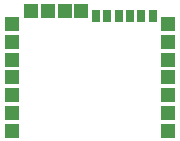
<source format=gbr>
G04 #@! TF.FileFunction,Paste,Top*
%FSLAX46Y46*%
G04 Gerber Fmt 4.6, Leading zero omitted, Abs format (unit mm)*
G04 Created by KiCad (PCBNEW 4.0.6) date Sun Jun 17 22:16:41 2018*
%MOMM*%
%LPD*%
G01*
G04 APERTURE LIST*
%ADD10C,0.100000*%
%ADD11R,1.300000X1.200000*%
%ADD12R,1.200000X1.300000*%
%ADD13R,0.800000X1.000000*%
G04 APERTURE END LIST*
D10*
D11*
X141901100Y-100503600D03*
X141901100Y-102003600D03*
X141901100Y-103503600D03*
X141901100Y-105003600D03*
X141901100Y-106503600D03*
X141901100Y-108003600D03*
X141901100Y-109503600D03*
X155101100Y-109503600D03*
X155101100Y-108003600D03*
X155101100Y-106503600D03*
X155101100Y-105003600D03*
X155101100Y-103503600D03*
X155101100Y-102003600D03*
X155101100Y-100503600D03*
D12*
X147751100Y-99353600D03*
X146351100Y-99353600D03*
X144951100Y-99353600D03*
X143551100Y-99353600D03*
D13*
X148991100Y-99803600D03*
X149956100Y-99803600D03*
X150921100Y-99803600D03*
X151886100Y-99803600D03*
X152851100Y-99803600D03*
X153816100Y-99803600D03*
M02*

</source>
